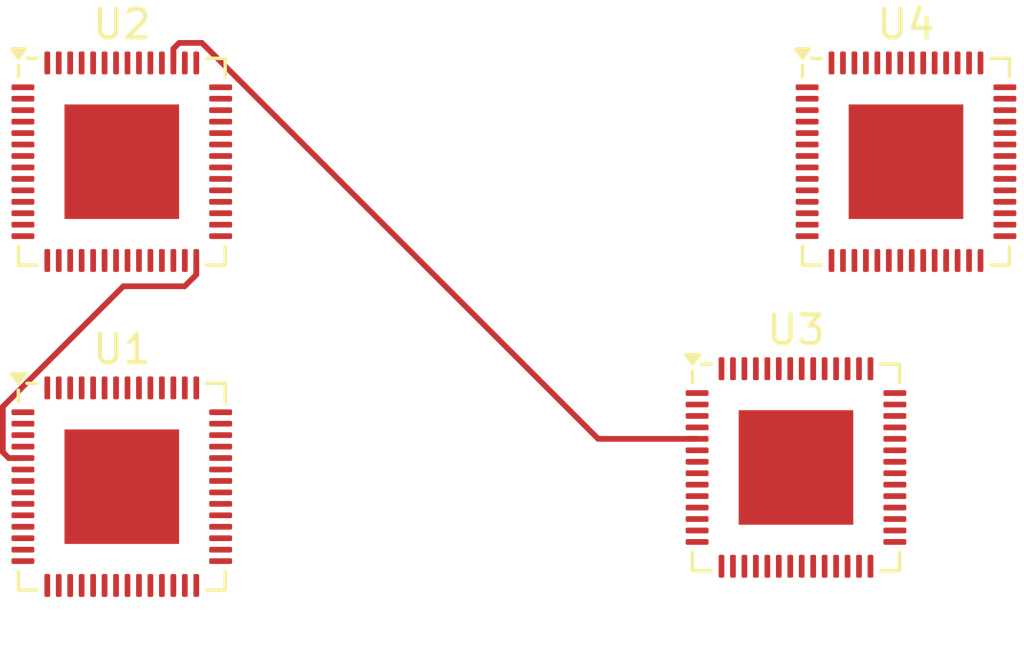
<source format=kicad_pcb>
(kicad_pcb (version 20240108) (generator "pcbnew") (generator_version "8.0")
  (layers (0 "F.Cu" signal) (31 "B.Cu" signal) (34 "B.Paste" user) (35 "F.Paste" user) (36 "B.SilkS" user "B.Silkscreen") (37 "F.SilkS" user "F.Silkscreen") (38 "B.Mask" user) (39 "F.Mask" user) (44 "Edge.Cuts" user))
  (net 0 "")
  (net 1 "/triac-circuit/test-label")
  (net 7 "Net-(U2-VDD3P3-Pad2)")
  (net 16 "/triac-circuit1/test-label")
  (net 26 "Net-(U2-VDDA-Pad55)")
  (net 56 "Net-(U3-VDDA-Pad55)")
  (net 106 "Net-(U3-VDD3P3-Pad2)")
  (net 110 "Net-(U4-VDD3P3-Pad2)")
  (net 125 "Net-(U4-VDDA-Pad55)")
  (net 153 "/triac-circuit2/test-label")
  (footprint "Package_DFN_QFN:QFN-56-1EP_7x7mm_P0.4mm_EP4x4mm" (layer "F.Cu") (at 105.83 63.83)
    (property "Reference" "U3" (at 0 -4.8 0) (layer "F.SilkS"))
    (property "Value" "ESP32-S3")
    (fp_line (start -3.61 -2.96) (end -3.61 -3.37) (stroke (width 0.12)) (layer "F.SilkS"))
    (fp_line (start -3.61 3.61) (end -3.61 2.96) (stroke (width 0.12)) (layer "F.SilkS"))
    (fp_line (start -2.96 -3.61) (end -3.31 -3.61) (stroke (width 0.12)) (layer "F.SilkS"))
    (fp_line (start -2.96 3.61) (end -3.61 3.61) (stroke (width 0.12)) (layer "F.SilkS"))
    (fp_line (start 2.96 -3.61) (end 3.61 -3.61) (stroke (width 0.12)) (layer "F.SilkS"))
    (fp_line (start 2.96 3.61) (end 3.61 3.61) (stroke (width 0.12)) (layer "F.SilkS"))
    (fp_line (start 3.61 -3.61) (end 3.61 -2.96) (stroke (width 0.12)) (layer "F.SilkS"))
    (fp_line (start 3.61 3.61) (end 3.61 2.96) (stroke (width 0.12)) (layer "F.SilkS"))
    (fp_poly (pts (xy -3.61 -3.61) (xy -3.85 -3.94) (xy -3.37 -3.94) (xy -3.61 -3.61)) (stroke (width 0.12)) (fill solid) (layer "F.SilkS"))
    (pad "1" smd roundrect (at -3.45 -2.6) (size 0.8 0.2) (layers "F.Cu" "F.Paste" "F.Mask"))
    (pad "2" smd roundrect (at -3.45 -2.2) (size 0.8 0.2) (layers "F.Cu" "F.Paste" "F.Mask") (net 106 "Net-(U3-VDD3P3-Pad2)"))
    (pad "3" smd roundrect (at -3.45 -1.8) (size 0.8 0.2) (layers "F.Cu" "F.Paste" "F.Mask") (net 106 "Net-(U3-VDD3P3-Pad2)"))
    (pad "4" smd roundrect (at -3.45 -1.4) (size 0.8 0.2) (layers "F.Cu" "F.Paste" "F.Mask"))
    (pad "5" smd roundrect (at -3.45 -1) (size 0.8 0.2) (layers "F.Cu" "F.Paste" "F.Mask") (net 16 "/triac-circuit1/test-label"))
    (pad "6" smd roundrect (at -3.45 -0.6) (size 0.8 0.2) (layers "F.Cu" "F.Paste" "F.Mask"))
    (pad "7" smd roundrect (at -3.45 -0.2) (size 0.8 0.2) (layers "F.Cu" "F.Paste" "F.Mask"))
    (pad "8" smd roundrect (at -3.45 0.2) (size 0.8 0.2) (layers "F.Cu" "F.Paste" "F.Mask"))
    (pad "9" smd roundrect (at -3.45 0.6) (size 0.8 0.2) (layers "F.Cu" "F.Paste" "F.Mask"))
    (pad "10" smd roundrect (at -3.45 1) (size 0.8 0.2) (layers "F.Cu" "F.Paste" "F.Mask"))
    (pad "11" smd roundrect (at -3.45 1.4) (size 0.8 0.2) (layers "F.Cu" "F.Paste" "F.Mask"))
    (pad "12" smd roundrect (at -3.45 1.8) (size 0.8 0.2) (layers "F.Cu" "F.Paste" "F.Mask"))
    (pad "13" smd roundrect (at -3.45 2.2) (size 0.8 0.2) (layers "F.Cu" "F.Paste" "F.Mask"))
    (pad "14" smd roundrect (at -3.45 2.6) (size 0.8 0.2) (layers "F.Cu" "F.Paste" "F.Mask"))
    (pad "15" smd roundrect (at -2.6 3.45) (size 0.2 0.8) (layers "F.Cu" "F.Paste" "F.Mask"))
    (pad "16" smd roundrect (at -2.2 3.45) (size 0.2 0.8) (layers "F.Cu" "F.Paste" "F.Mask"))
    (pad "17" smd roundrect (at -1.8 3.45) (size 0.2 0.8) (layers "F.Cu" "F.Paste" "F.Mask"))
    (pad "18" smd roundrect (at -1.4 3.45) (size 0.2 0.8) (layers "F.Cu" "F.Paste" "F.Mask"))
    (pad "19" smd roundrect (at -1 3.45) (size 0.2 0.8) (layers "F.Cu" "F.Paste" "F.Mask"))
    (pad "20" smd roundrect (at -0.6 3.45) (size 0.2 0.8) (layers "F.Cu" "F.Paste" "F.Mask"))
    (pad "21" smd roundrect (at -0.2 3.45) (size 0.2 0.8) (layers "F.Cu" "F.Paste" "F.Mask"))
    (pad "22" smd roundrect (at 0.2 3.45) (size 0.2 0.8) (layers "F.Cu" "F.Paste" "F.Mask"))
    (pad "23" smd roundrect (at 0.6 3.45) (size 0.2 0.8) (layers "F.Cu" "F.Paste" "F.Mask"))
    (pad "24" smd roundrect (at 1 3.45) (size 0.2 0.8) (layers "F.Cu" "F.Paste" "F.Mask"))
    (pad "25" smd roundrect (at 1.4 3.45) (size 0.2 0.8) (layers "F.Cu" "F.Paste" "F.Mask"))
    (pad "26" smd roundrect (at 1.8 3.45) (size 0.2 0.8) (layers "F.Cu" "F.Paste" "F.Mask"))
    (pad "27" smd roundrect (at 2.2 3.45) (size 0.2 0.8) (layers "F.Cu" "F.Paste" "F.Mask"))
    (pad "28" smd roundrect (at 2.6 3.45) (size 0.2 0.8) (layers "F.Cu" "F.Paste" "F.Mask"))
    (pad "29" smd roundrect (at 3.45 2.6) (size 0.8 0.2) (layers "F.Cu" "F.Paste" "F.Mask"))
    (pad "30" smd roundrect (at 3.45 2.2) (size 0.8 0.2) (layers "F.Cu" "F.Paste" "F.Mask"))
    (pad "31" smd roundrect (at 3.45 1.8) (size 0.8 0.2) (layers "F.Cu" "F.Paste" "F.Mask"))
    (pad "32" smd roundrect (at 3.45 1.4) (size 0.8 0.2) (layers "F.Cu" "F.Paste" "F.Mask"))
    (pad "33" smd roundrect (at 3.45 1) (size 0.8 0.2) (layers "F.Cu" "F.Paste" "F.Mask"))
    (pad "34" smd roundrect (at 3.45 0.6) (size 0.8 0.2) (layers "F.Cu" "F.Paste" "F.Mask"))
    (pad "35" smd roundrect (at 3.45 0.2) (size 0.8 0.2) (layers "F.Cu" "F.Paste" "F.Mask"))
    (pad "36" smd roundrect (at 3.45 -0.2) (size 0.8 0.2) (layers "F.Cu" "F.Paste" "F.Mask"))
    (pad "37" smd roundrect (at 3.45 -0.6) (size 0.8 0.2) (layers "F.Cu" "F.Paste" "F.Mask"))
    (pad "38" smd roundrect (at 3.45 -1) (size 0.8 0.2) (layers "F.Cu" "F.Paste" "F.Mask"))
    (pad "39" smd roundrect (at 3.45 -1.4) (size 0.8 0.2) (layers "F.Cu" "F.Paste" "F.Mask"))
    (pad "40" smd roundrect (at 3.45 -1.8) (size 0.8 0.2) (layers "F.Cu" "F.Paste" "F.Mask"))
    (pad "41" smd roundrect (at 3.45 -2.2) (size 0.8 0.2) (layers "F.Cu" "F.Paste" "F.Mask"))
    (pad "42" smd roundrect (at 3.45 -2.6) (size 0.8 0.2) (layers "F.Cu" "F.Paste" "F.Mask"))
    (pad "43" smd roundrect (at 2.6 -3.45) (size 0.2 0.8) (layers "F.Cu" "F.Paste" "F.Mask"))
    (pad "44" smd roundrect (at 2.2 -3.45) (size 0.2 0.8) (layers "F.Cu" "F.Paste" "F.Mask"))
    (pad "45" smd roundrect (at 1.8 -3.45) (size 0.2 0.8) (layers "F.Cu" "F.Paste" "F.Mask"))
    (pad "46" smd roundrect (at 1.4 -3.45) (size 0.2 0.8) (layers "F.Cu" "F.Paste" "F.Mask"))
    (pad "47" smd roundrect (at 1 -3.45) (size 0.2 0.8) (layers "F.Cu" "F.Paste" "F.Mask"))
    (pad "48" smd roundrect (at 0.6 -3.45) (size 0.2 0.8) (layers "F.Cu" "F.Paste" "F.Mask"))
    (pad "49" smd roundrect (at 0.2 -3.45) (size 0.2 0.8) (layers "F.Cu" "F.Paste" "F.Mask"))
    (pad "50" smd roundrect (at -0.2 -3.45) (size 0.2 0.8) (layers "F.Cu" "F.Paste" "F.Mask"))
    (pad "51" smd roundrect (at -0.6 -3.45) (size 0.2 0.8) (layers "F.Cu" "F.Paste" "F.Mask"))
    (pad "52" smd roundrect (at -1 -3.45) (size 0.2 0.8) (layers "F.Cu" "F.Paste" "F.Mask"))
    (pad "53" smd roundrect (at -1.4 -3.45) (size 0.2 0.8) (layers "F.Cu" "F.Paste" "F.Mask"))
    (pad "54" smd roundrect (at -1.8 -3.45) (size 0.2 0.8) (layers "F.Cu" "F.Paste" "F.Mask"))
    (pad "55" smd roundrect (at -2.2 -3.45) (size 0.2 0.8) (layers "F.Cu" "F.Paste" "F.Mask") (net 56 "Net-(U3-VDDA-Pad55)"))
    (pad "56" smd roundrect (at -2.6 -3.45) (size 0.2 0.8) (layers "F.Cu" "F.Paste" "F.Mask") (net 56 "Net-(U3-VDDA-Pad55)"))
    (pad "57" smd rect (at 0 0) (size 4 4) (property pad_prop_heatsink) (layers "F.Cu" "F.Mask"))
  )
  (footprint "Package_DFN_QFN:QFN-56-1EP_7x7mm_P0.4mm_EP4x4mm" (layer "F.Cu") (at 82.3 64.5)
    (property "Reference" "U1" (at 0 -4.8 0) (layer "F.SilkS"))
    (property "Value" "ESP32-S3")
    (fp_line (start -3.61 -2.96) (end -3.61 -3.37) (stroke (width 0.12)) (layer "F.SilkS"))
    (fp_line (start -3.61 3.61) (end -3.61 2.96) (stroke (width 0.12)) (layer "F.SilkS"))
    (fp_line (start -2.96 -3.61) (end -3.31 -3.61) (stroke (width 0.12)) (layer "F.SilkS"))
    (fp_line (start -2.96 3.61) (end -3.61 3.61) (stroke (width 0.12)) (layer "F.SilkS"))
    (fp_line (start 2.96 -3.61) (end 3.61 -3.61) (stroke (width 0.12)) (layer "F.SilkS"))
    (fp_line (start 2.96 3.61) (end 3.61 3.61) (stroke (width 0.12)) (layer "F.SilkS"))
    (fp_line (start 3.61 -3.61) (end 3.61 -2.96) (stroke (width 0.12)) (layer "F.SilkS"))
    (fp_line (start 3.61 3.61) (end 3.61 2.96) (stroke (width 0.12)) (layer "F.SilkS"))
    (fp_poly (pts (xy -3.61 -3.61) (xy -3.85 -3.94) (xy -3.37 -3.94) (xy -3.61 -3.61)) (stroke (width 0.12)) (fill solid) (layer "F.SilkS"))
    (pad "1" smd roundrect (at -3.45 -2.6) (size 0.8 0.2) (layers "F.Cu" "F.Paste" "F.Mask"))
    (pad "2" smd roundrect (at -3.45 -2.2) (size 0.8 0.2) (layers "F.Cu" "F.Paste" "F.Mask"))
    (pad "3" smd roundrect (at -3.45 -1.8) (size 0.8 0.2) (layers "F.Cu" "F.Paste" "F.Mask"))
    (pad "4" smd roundrect (at -3.45 -1.4) (size 0.8 0.2) (layers "F.Cu" "F.Paste" "F.Mask"))
    (pad "5" smd roundrect (at -3.45 -1) (size 0.8 0.2) (layers "F.Cu" "F.Paste" "F.Mask") (net 1 "/triac-circuit/test-label"))
    (pad "6" smd roundrect (at -3.45 -0.6) (size 0.8 0.2) (layers "F.Cu" "F.Paste" "F.Mask"))
    (pad "7" smd roundrect (at -3.45 -0.2) (size 0.8 0.2) (layers "F.Cu" "F.Paste" "F.Mask"))
    (pad "8" smd roundrect (at -3.45 0.2) (size 0.8 0.2) (layers "F.Cu" "F.Paste" "F.Mask"))
    (pad "9" smd roundrect (at -3.45 0.6) (size 0.8 0.2) (layers "F.Cu" "F.Paste" "F.Mask"))
    (pad "10" smd roundrect (at -3.45 1) (size 0.8 0.2) (layers "F.Cu" "F.Paste" "F.Mask"))
    (pad "11" smd roundrect (at -3.45 1.4) (size 0.8 0.2) (layers "F.Cu" "F.Paste" "F.Mask"))
    (pad "12" smd roundrect (at -3.45 1.8) (size 0.8 0.2) (layers "F.Cu" "F.Paste" "F.Mask"))
    (pad "13" smd roundrect (at -3.45 2.2) (size 0.8 0.2) (layers "F.Cu" "F.Paste" "F.Mask"))
    (pad "14" smd roundrect (at -3.45 2.6) (size 0.8 0.2) (layers "F.Cu" "F.Paste" "F.Mask"))
    (pad "15" smd roundrect (at -2.6 3.45) (size 0.2 0.8) (layers "F.Cu" "F.Paste" "F.Mask"))
    (pad "16" smd roundrect (at -2.2 3.45) (size 0.2 0.8) (layers "F.Cu" "F.Paste" "F.Mask"))
    (pad "17" smd roundrect (at -1.8 3.45) (size 0.2 0.8) (layers "F.Cu" "F.Paste" "F.Mask"))
    (pad "18" smd roundrect (at -1.4 3.45) (size 0.2 0.8) (layers "F.Cu" "F.Paste" "F.Mask"))
    (pad "19" smd roundrect (at -1 3.45) (size 0.2 0.8) (layers "F.Cu" "F.Paste" "F.Mask"))
    (pad "20" smd roundrect (at -0.6 3.45) (size 0.2 0.8) (layers "F.Cu" "F.Paste" "F.Mask"))
    (pad "21" smd roundrect (at -0.2 3.45) (size 0.2 0.8) (layers "F.Cu" "F.Paste" "F.Mask"))
    (pad "22" smd roundrect (at 0.2 3.45) (size 0.2 0.8) (layers "F.Cu" "F.Paste" "F.Mask"))
    (pad "23" smd roundrect (at 0.6 3.45) (size 0.2 0.8) (layers "F.Cu" "F.Paste" "F.Mask"))
    (pad "24" smd roundrect (at 1 3.45) (size 0.2 0.8) (layers "F.Cu" "F.Paste" "F.Mask"))
    (pad "25" smd roundrect (at 1.4 3.45) (size 0.2 0.8) (layers "F.Cu" "F.Paste" "F.Mask"))
    (pad "26" smd roundrect (at 1.8 3.45) (size 0.2 0.8) (layers "F.Cu" "F.Paste" "F.Mask"))
    (pad "27" smd roundrect (at 2.2 3.45) (size 0.2 0.8) (layers "F.Cu" "F.Paste" "F.Mask"))
    (pad "28" smd roundrect (at 2.6 3.45) (size 0.2 0.8) (layers "F.Cu" "F.Paste" "F.Mask"))
    (pad "29" smd roundrect (at 3.45 2.6) (size 0.8 0.2) (layers "F.Cu" "F.Paste" "F.Mask"))
    (pad "30" smd roundrect (at 3.45 2.2) (size 0.8 0.2) (layers "F.Cu" "F.Paste" "F.Mask"))
    (pad "31" smd roundrect (at 3.45 1.8) (size 0.8 0.2) (layers "F.Cu" "F.Paste" "F.Mask"))
    (pad "32" smd roundrect (at 3.45 1.4) (size 0.8 0.2) (layers "F.Cu" "F.Paste" "F.Mask"))
    (pad "33" smd roundrect (at 3.45 1) (size 0.8 0.2) (layers "F.Cu" "F.Paste" "F.Mask"))
    (pad "34" smd roundrect (at 3.45 0.6) (size 0.8 0.2) (layers "F.Cu" "F.Paste" "F.Mask"))
    (pad "35" smd roundrect (at 3.45 0.2) (size 0.8 0.2) (layers "F.Cu" "F.Paste" "F.Mask"))
    (pad "36" smd roundrect (at 3.45 -0.2) (size 0.8 0.2) (layers "F.Cu" "F.Paste" "F.Mask"))
    (pad "37" smd roundrect (at 3.45 -0.6) (size 0.8 0.2) (layers "F.Cu" "F.Paste" "F.Mask"))
    (pad "38" smd roundrect (at 3.45 -1) (size 0.8 0.2) (layers "F.Cu" "F.Paste" "F.Mask"))
    (pad "39" smd roundrect (at 3.45 -1.4) (size 0.8 0.2) (layers "F.Cu" "F.Paste" "F.Mask"))
    (pad "40" smd roundrect (at 3.45 -1.8) (size 0.8 0.2) (layers "F.Cu" "F.Paste" "F.Mask"))
    (pad "41" smd roundrect (at 3.45 -2.2) (size 0.8 0.2) (layers "F.Cu" "F.Paste" "F.Mask"))
    (pad "42" smd roundrect (at 3.45 -2.6) (size 0.8 0.2) (layers "F.Cu" "F.Paste" "F.Mask"))
    (pad "43" smd roundrect (at 2.6 -3.45) (size 0.2 0.8) (layers "F.Cu" "F.Paste" "F.Mask"))
    (pad "44" smd roundrect (at 2.2 -3.45) (size 0.2 0.8) (layers "F.Cu" "F.Paste" "F.Mask"))
    (pad "45" smd roundrect (at 1.8 -3.45) (size 0.2 0.8) (layers "F.Cu" "F.Paste" "F.Mask"))
    (pad "46" smd roundrect (at 1.4 -3.45) (size 0.2 0.8) (layers "F.Cu" "F.Paste" "F.Mask"))
    (pad "47" smd roundrect (at 1 -3.45) (size 0.2 0.8) (layers "F.Cu" "F.Paste" "F.Mask"))
    (pad "48" smd roundrect (at 0.6 -3.45) (size 0.2 0.8) (layers "F.Cu" "F.Paste" "F.Mask"))
    (pad "49" smd roundrect (at 0.2 -3.45) (size 0.2 0.8) (layers "F.Cu" "F.Paste" "F.Mask"))
    (pad "50" smd roundrect (at -0.2 -3.45) (size 0.2 0.8) (layers "F.Cu" "F.Paste" "F.Mask"))
    (pad "51" smd roundrect (at -0.6 -3.45) (size 0.2 0.8) (layers "F.Cu" "F.Paste" "F.Mask"))
    (pad "52" smd roundrect (at -1 -3.45) (size 0.2 0.8) (layers "F.Cu" "F.Paste" "F.Mask"))
    (pad "53" smd roundrect (at -1.4 -3.45) (size 0.2 0.8) (layers "F.Cu" "F.Paste" "F.Mask"))
    (pad "54" smd roundrect (at -1.8 -3.45) (size 0.2 0.8) (layers "F.Cu" "F.Paste" "F.Mask"))
    (pad "55" smd roundrect (at -2.2 -3.45) (size 0.2 0.8) (layers "F.Cu" "F.Paste" "F.Mask"))
    (pad "56" smd roundrect (at -2.6 -3.45) (size 0.2 0.8) (layers "F.Cu" "F.Paste" "F.Mask"))
    (pad "57" smd rect (at 0 0) (size 4 4) (property pad_prop_heatsink) (layers "F.Cu" "F.Mask"))
  )
  (footprint "Package_DFN_QFN:QFN-56-1EP_7x7mm_P0.4mm_EP4x4mm" (layer "F.Cu") (at 82.3 53.15)
    (property "Reference" "U2" (at 0 -4.8 0) (layer "F.SilkS"))
    (property "Value" "ESP32-S3")
    (fp_line (start -3.61 -2.96) (end -3.61 -3.37) (stroke (width 0.12)) (layer "F.SilkS"))
    (fp_line (start -3.61 3.61) (end -3.61 2.96) (stroke (width 0.12)) (layer "F.SilkS"))
    (fp_line (start -2.96 -3.61) (end -3.31 -3.61) (stroke (width 0.12)) (layer "F.SilkS"))
    (fp_line (start -2.96 3.61) (end -3.61 3.61) (stroke (width 0.12)) (layer "F.SilkS"))
    (fp_line (start 2.96 -3.61) (end 3.61 -3.61) (stroke (width 0.12)) (layer "F.SilkS"))
    (fp_line (start 2.96 3.61) (end 3.61 3.61) (stroke (width 0.12)) (layer "F.SilkS"))
    (fp_line (start 3.61 -3.61) (end 3.61 -2.96) (stroke (width 0.12)) (layer "F.SilkS"))
    (fp_line (start 3.61 3.61) (end 3.61 2.96) (stroke (width 0.12)) (layer "F.SilkS"))
    (fp_poly (pts (xy -3.61 -3.61) (xy -3.85 -3.94) (xy -3.37 -3.94) (xy -3.61 -3.61)) (stroke (width 0.12)) (fill solid) (layer "F.SilkS"))
    (pad "1" smd roundrect (at -3.45 -2.6) (size 0.8 0.2) (layers "F.Cu" "F.Paste" "F.Mask"))
    (pad "2" smd roundrect (at -3.45 -2.2) (size 0.8 0.2) (layers "F.Cu" "F.Paste" "F.Mask") (net 7 "Net-(U2-VDD3P3-Pad2)"))
    (pad "3" smd roundrect (at -3.45 -1.8) (size 0.8 0.2) (layers "F.Cu" "F.Paste" "F.Mask") (net 7 "Net-(U2-VDD3P3-Pad2)"))
    (pad "4" smd roundrect (at -3.45 -1.4) (size 0.8 0.2) (layers "F.Cu" "F.Paste" "F.Mask"))
    (pad "5" smd roundrect (at -3.45 -1) (size 0.8 0.2) (layers "F.Cu" "F.Paste" "F.Mask"))
    (pad "6" smd roundrect (at -3.45 -0.6) (size 0.8 0.2) (layers "F.Cu" "F.Paste" "F.Mask"))
    (pad "7" smd roundrect (at -3.45 -0.2) (size 0.8 0.2) (layers "F.Cu" "F.Paste" "F.Mask"))
    (pad "8" smd roundrect (at -3.45 0.2) (size 0.8 0.2) (layers "F.Cu" "F.Paste" "F.Mask"))
    (pad "9" smd roundrect (at -3.45 0.6) (size 0.8 0.2) (layers "F.Cu" "F.Paste" "F.Mask"))
    (pad "10" smd roundrect (at -3.45 1) (size 0.8 0.2) (layers "F.Cu" "F.Paste" "F.Mask"))
    (pad "11" smd roundrect (at -3.45 1.4) (size 0.8 0.2) (layers "F.Cu" "F.Paste" "F.Mask"))
    (pad "12" smd roundrect (at -3.45 1.8) (size 0.8 0.2) (layers "F.Cu" "F.Paste" "F.Mask"))
    (pad "13" smd roundrect (at -3.45 2.2) (size 0.8 0.2) (layers "F.Cu" "F.Paste" "F.Mask"))
    (pad "14" smd roundrect (at -3.45 2.6) (size 0.8 0.2) (layers "F.Cu" "F.Paste" "F.Mask"))
    (pad "15" smd roundrect (at -2.6 3.45) (size 0.2 0.8) (layers "F.Cu" "F.Paste" "F.Mask"))
    (pad "16" smd roundrect (at -2.2 3.45) (size 0.2 0.8) (layers "F.Cu" "F.Paste" "F.Mask"))
    (pad "17" smd roundrect (at -1.8 3.45) (size 0.2 0.8) (layers "F.Cu" "F.Paste" "F.Mask"))
    (pad "18" smd roundrect (at -1.4 3.45) (size 0.2 0.8) (layers "F.Cu" "F.Paste" "F.Mask"))
    (pad "19" smd roundrect (at -1 3.45) (size 0.2 0.8) (layers "F.Cu" "F.Paste" "F.Mask"))
    (pad "20" smd roundrect (at -0.6 3.45) (size 0.2 0.8) (layers "F.Cu" "F.Paste" "F.Mask"))
    (pad "21" smd roundrect (at -0.2 3.45) (size 0.2 0.8) (layers "F.Cu" "F.Paste" "F.Mask"))
    (pad "22" smd roundrect (at 0.2 3.45) (size 0.2 0.8) (layers "F.Cu" "F.Paste" "F.Mask"))
    (pad "23" smd roundrect (at 0.6 3.45) (size 0.2 0.8) (layers "F.Cu" "F.Paste" "F.Mask"))
    (pad "24" smd roundrect (at 1 3.45) (size 0.2 0.8) (layers "F.Cu" "F.Paste" "F.Mask"))
    (pad "25" smd roundrect (at 1.4 3.45) (size 0.2 0.8) (layers "F.Cu" "F.Paste" "F.Mask"))
    (pad "26" smd roundrect (at 1.8 3.45) (size 0.2 0.8) (layers "F.Cu" "F.Paste" "F.Mask"))
    (pad "27" smd roundrect (at 2.2 3.45) (size 0.2 0.8) (layers "F.Cu" "F.Paste" "F.Mask"))
    (pad "28" smd roundrect (at 2.6 3.45) (size 0.2 0.8) (layers "F.Cu" "F.Paste" "F.Mask") (net 1 "/triac-circuit/test-label"))
    (pad "29" smd roundrect (at 3.45 2.6) (size 0.8 0.2) (layers "F.Cu" "F.Paste" "F.Mask"))
    (pad "30" smd roundrect (at 3.45 2.2) (size 0.8 0.2) (layers "F.Cu" "F.Paste" "F.Mask"))
    (pad "31" smd roundrect (at 3.45 1.8) (size 0.8 0.2) (layers "F.Cu" "F.Paste" "F.Mask"))
    (pad "32" smd roundrect (at 3.45 1.4) (size 0.8 0.2) (layers "F.Cu" "F.Paste" "F.Mask"))
    (pad "33" smd roundrect (at 3.45 1) (size 0.8 0.2) (layers "F.Cu" "F.Paste" "F.Mask"))
    (pad "34" smd roundrect (at 3.45 0.6) (size 0.8 0.2) (layers "F.Cu" "F.Paste" "F.Mask"))
    (pad "35" smd roundrect (at 3.45 0.2) (size 0.8 0.2) (layers "F.Cu" "F.Paste" "F.Mask"))
    (pad "36" smd roundrect (at 3.45 -0.2) (size 0.8 0.2) (layers "F.Cu" "F.Paste" "F.Mask"))
    (pad "37" smd roundrect (at 3.45 -0.6) (size 0.8 0.2) (layers "F.Cu" "F.Paste" "F.Mask"))
    (pad "38" smd roundrect (at 3.45 -1) (size 0.8 0.2) (layers "F.Cu" "F.Paste" "F.Mask"))
    (pad "39" smd roundrect (at 3.45 -1.4) (size 0.8 0.2) (layers "F.Cu" "F.Paste" "F.Mask"))
    (pad "40" smd roundrect (at 3.45 -1.8) (size 0.8 0.2) (layers "F.Cu" "F.Paste" "F.Mask"))
    (pad "41" smd roundrect (at 3.45 -2.2) (size 0.8 0.2) (layers "F.Cu" "F.Paste" "F.Mask"))
    (pad "42" smd roundrect (at 3.45 -2.6) (size 0.8 0.2) (layers "F.Cu" "F.Paste" "F.Mask"))
    (pad "43" smd roundrect (at 2.6 -3.45) (size 0.2 0.8) (layers "F.Cu" "F.Paste" "F.Mask"))
    (pad "44" smd roundrect (at 2.2 -3.45) (size 0.2 0.8) (layers "F.Cu" "F.Paste" "F.Mask"))
    (pad "45" smd roundrect (at 1.8 -3.45) (size 0.2 0.8) (layers "F.Cu" "F.Paste" "F.Mask") (net 16 "/triac-circuit1/test-label"))
    (pad "46" smd roundrect (at 1.4 -3.45) (size 0.2 0.8) (layers "F.Cu" "F.Paste" "F.Mask"))
    (pad "47" smd roundrect (at 1 -3.45) (size 0.2 0.8) (layers "F.Cu" "F.Paste" "F.Mask"))
    (pad "48" smd roundrect (at 0.6 -3.45) (size 0.2 0.8) (layers "F.Cu" "F.Paste" "F.Mask"))
    (pad "49" smd roundrect (at 0.2 -3.45) (size 0.2 0.8) (layers "F.Cu" "F.Paste" "F.Mask"))
    (pad "50" smd roundrect (at -0.2 -3.45) (size 0.2 0.8) (layers "F.Cu" "F.Paste" "F.Mask"))
    (pad "51" smd roundrect (at -0.6 -3.45) (size 0.2 0.8) (layers "F.Cu" "F.Paste" "F.Mask"))
    (pad "52" smd roundrect (at -1 -3.45) (size 0.2 0.8) (layers "F.Cu" "F.Paste" "F.Mask"))
    (pad "53" smd roundrect (at -1.4 -3.45) (size 0.2 0.8) (layers "F.Cu" "F.Paste" "F.Mask"))
    (pad "54" smd roundrect (at -1.8 -3.45) (size 0.2 0.8) (layers "F.Cu" "F.Paste" "F.Mask"))
    (pad "55" smd roundrect (at -2.2 -3.45) (size 0.2 0.8) (layers "F.Cu" "F.Paste" "F.Mask") (net 26 "Net-(U2-VDDA-Pad55)"))
    (pad "56" smd roundrect (at -2.6 -3.45) (size 0.2 0.8) (layers "F.Cu" "F.Paste" "F.Mask") (net 26 "Net-(U2-VDDA-Pad55)"))
    (pad "57" smd rect (at 0 0) (size 4 4) (property pad_prop_heatsink) (layers "F.Cu" "F.Mask"))
  )
  (footprint "Package_DFN_QFN:QFN-56-1EP_7x7mm_P0.4mm_EP4x4mm" (layer "F.Cu") (at 109.67 53.15)
    (property "Reference" "U4" (at 0 -4.8 0) (layer "F.SilkS"))
    (property "Value" "ESP32-S3")
    (fp_line (start -3.61 -2.96) (end -3.61 -3.37) (stroke (width 0.12)) (layer "F.SilkS"))
    (fp_line (start -3.61 3.61) (end -3.61 2.96) (stroke (width 0.12)) (layer "F.SilkS"))
    (fp_line (start -2.96 -3.61) (end -3.31 -3.61) (stroke (width 0.12)) (layer "F.SilkS"))
    (fp_line (start -2.96 3.61) (end -3.61 3.61) (stroke (width 0.12)) (layer "F.SilkS"))
    (fp_line (start 2.96 -3.61) (end 3.61 -3.61) (stroke (width 0.12)) (layer "F.SilkS"))
    (fp_line (start 2.96 3.61) (end 3.61 3.61) (stroke (width 0.12)) (layer "F.SilkS"))
    (fp_line (start 3.61 -3.61) (end 3.61 -2.96) (stroke (width 0.12)) (layer "F.SilkS"))
    (fp_line (start 3.61 3.61) (end 3.61 2.96) (stroke (width 0.12)) (layer "F.SilkS"))
    (fp_poly (pts (xy -3.61 -3.61) (xy -3.85 -3.94) (xy -3.37 -3.94) (xy -3.61 -3.61)) (stroke (width 0.12)) (fill solid) (layer "F.SilkS"))
    (pad "1" smd roundrect (at -3.45 -2.6) (size 0.8 0.2) (layers "F.Cu" "F.Paste" "F.Mask"))
    (pad "2" smd roundrect (at -3.45 -2.2) (size 0.8 0.2) (layers "F.Cu" "F.Paste" "F.Mask") (net 110 "Net-(U4-VDD3P3-Pad2)"))
    (pad "3" smd roundrect (at -3.45 -1.8) (size 0.8 0.2) (layers "F.Cu" "F.Paste" "F.Mask") (net 110 "Net-(U4-VDD3P3-Pad2)"))
    (pad "4" smd roundrect (at -3.45 -1.4) (size 0.8 0.2) (layers "F.Cu" "F.Paste" "F.Mask"))
    (pad "5" smd roundrect (at -3.45 -1) (size 0.8 0.2) (layers "F.Cu" "F.Paste" "F.Mask") (net 153 "/triac-circuit2/test-label"))
    (pad "6" smd roundrect (at -3.45 -0.6) (size 0.8 0.2) (layers "F.Cu" "F.Paste" "F.Mask"))
    (pad "7" smd roundrect (at -3.45 -0.2) (size 0.8 0.2) (layers "F.Cu" "F.Paste" "F.Mask"))
    (pad "8" smd roundrect (at -3.45 0.2) (size 0.8 0.2) (layers "F.Cu" "F.Paste" "F.Mask"))
    (pad "9" smd roundrect (at -3.45 0.6) (size 0.8 0.2) (layers "F.Cu" "F.Paste" "F.Mask"))
    (pad "10" smd roundrect (at -3.45 1) (size 0.8 0.2) (layers "F.Cu" "F.Paste" "F.Mask"))
    (pad "11" smd roundrect (at -3.45 1.4) (size 0.8 0.2) (layers "F.Cu" "F.Paste" "F.Mask"))
    (pad "12" smd roundrect (at -3.45 1.8) (size 0.8 0.2) (layers "F.Cu" "F.Paste" "F.Mask"))
    (pad "13" smd roundrect (at -3.45 2.2) (size 0.8 0.2) (layers "F.Cu" "F.Paste" "F.Mask"))
    (pad "14" smd roundrect (at -3.45 2.6) (size 0.8 0.2) (layers "F.Cu" "F.Paste" "F.Mask"))
    (pad "15" smd roundrect (at -2.6 3.45) (size 0.2 0.8) (layers "F.Cu" "F.Paste" "F.Mask"))
    (pad "16" smd roundrect (at -2.2 3.45) (size 0.2 0.8) (layers "F.Cu" "F.Paste" "F.Mask"))
    (pad "17" smd roundrect (at -1.8 3.45) (size 0.2 0.8) (layers "F.Cu" "F.Paste" "F.Mask"))
    (pad "18" smd roundrect (at -1.4 3.45) (size 0.2 0.8) (layers "F.Cu" "F.Paste" "F.Mask"))
    (pad "19" smd roundrect (at -1 3.45) (size 0.2 0.8) (layers "F.Cu" "F.Paste" "F.Mask"))
    (pad "20" smd roundrect (at -0.6 3.45) (size 0.2 0.8) (layers "F.Cu" "F.Paste" "F.Mask"))
    (pad "21" smd roundrect (at -0.2 3.45) (size 0.2 0.8) (layers "F.Cu" "F.Paste" "F.Mask"))
    (pad "22" smd roundrect (at 0.2 3.45) (size 0.2 0.8) (layers "F.Cu" "F.Paste" "F.Mask"))
    (pad "23" smd roundrect (at 0.6 3.45) (size 0.2 0.8) (layers "F.Cu" "F.Paste" "F.Mask"))
    (pad "24" smd roundrect (at 1 3.45) (size 0.2 0.8) (layers "F.Cu" "F.Paste" "F.Mask"))
    (pad "25" smd roundrect (at 1.4 3.45) (size 0.2 0.8) (layers "F.Cu" "F.Paste" "F.Mask"))
    (pad "26" smd roundrect (at 1.8 3.45) (size 0.2 0.8) (layers "F.Cu" "F.Paste" "F.Mask"))
    (pad "27" smd roundrect (at 2.2 3.45) (size 0.2 0.8) (layers "F.Cu" "F.Paste" "F.Mask"))
    (pad "28" smd roundrect (at 2.6 3.45) (size 0.2 0.8) (layers "F.Cu" "F.Paste" "F.Mask"))
    (pad "29" smd roundrect (at 3.45 2.6) (size 0.8 0.2) (layers "F.Cu" "F.Paste" "F.Mask"))
    (pad "30" smd roundrect (at 3.45 2.2) (size 0.8 0.2) (layers "F.Cu" "F.Paste" "F.Mask"))
    (pad "31" smd roundrect (at 3.45 1.8) (size 0.8 0.2) (layers "F.Cu" "F.Paste" "F.Mask"))
    (pad "32" smd roundrect (at 3.45 1.4) (size 0.8 0.2) (layers "F.Cu" "F.Paste" "F.Mask"))
    (pad "33" smd roundrect (at 3.45 1) (size 0.8 0.2) (layers "F.Cu" "F.Paste" "F.Mask"))
    (pad "34" smd roundrect (at 3.45 0.6) (size 0.8 0.2) (layers "F.Cu" "F.Paste" "F.Mask"))
    (pad "35" smd roundrect (at 3.45 0.2) (size 0.8 0.2) (layers "F.Cu" "F.Paste" "F.Mask"))
    (pad "36" smd roundrect (at 3.45 -0.2) (size 0.8 0.2) (layers "F.Cu" "F.Paste" "F.Mask"))
    (pad "37" smd roundrect (at 3.45 -0.6) (size 0.8 0.2) (layers "F.Cu" "F.Paste" "F.Mask"))
    (pad "38" smd roundrect (at 3.45 -1) (size 0.8 0.2) (layers "F.Cu" "F.Paste" "F.Mask"))
    (pad "39" smd roundrect (at 3.45 -1.4) (size 0.8 0.2) (layers "F.Cu" "F.Paste" "F.Mask"))
    (pad "40" smd roundrect (at 3.45 -1.8) (size 0.8 0.2) (layers "F.Cu" "F.Paste" "F.Mask"))
    (pad "41" smd roundrect (at 3.45 -2.2) (size 0.8 0.2) (layers "F.Cu" "F.Paste" "F.Mask"))
    (pad "42" smd roundrect (at 3.45 -2.6) (size 0.8 0.2) (layers "F.Cu" "F.Paste" "F.Mask"))
    (pad "43" smd roundrect (at 2.6 -3.45) (size 0.2 0.8) (layers "F.Cu" "F.Paste" "F.Mask"))
    (pad "44" smd roundrect (at 2.2 -3.45) (size 0.2 0.8) (layers "F.Cu" "F.Paste" "F.Mask"))
    (pad "45" smd roundrect (at 1.8 -3.45) (size 0.2 0.8) (layers "F.Cu" "F.Paste" "F.Mask"))
    (pad "46" smd roundrect (at 1.4 -3.45) (size 0.2 0.8) (layers "F.Cu" "F.Paste" "F.Mask"))
    (pad "47" smd roundrect (at 1 -3.45) (size 0.2 0.8) (layers "F.Cu" "F.Paste" "F.Mask"))
    (pad "48" smd roundrect (at 0.6 -3.45) (size 0.2 0.8) (layers "F.Cu" "F.Paste" "F.Mask"))
    (pad "49" smd roundrect (at 0.2 -3.45) (size 0.2 0.8) (layers "F.Cu" "F.Paste" "F.Mask"))
    (pad "50" smd roundrect (at -0.2 -3.45) (size 0.2 0.8) (layers "F.Cu" "F.Paste" "F.Mask"))
    (pad "51" smd roundrect (at -0.6 -3.45) (size 0.2 0.8) (layers "F.Cu" "F.Paste" "F.Mask"))
    (pad "52" smd roundrect (at -1 -3.45) (size 0.2 0.8) (layers "F.Cu" "F.Paste" "F.Mask"))
    (pad "53" smd roundrect (at -1.4 -3.45) (size 0.2 0.8) (layers "F.Cu" "F.Paste" "F.Mask"))
    (pad "54" smd roundrect (at -1.8 -3.45) (size 0.2 0.8) (layers "F.Cu" "F.Paste" "F.Mask"))
    (pad "55" smd roundrect (at -2.2 -3.45) (size 0.2 0.8) (layers "F.Cu" "F.Paste" "F.Mask") (net 125 "Net-(U4-VDDA-Pad55)"))
    (pad "56" smd roundrect (at -2.6 -3.45) (size 0.2 0.8) (layers "F.Cu" "F.Paste" "F.Mask") (net 125 "Net-(U4-VDDA-Pad55)"))
    (pad "57" smd rect (at 0 0) (size 4 4) (property pad_prop_heatsink) (layers "F.Cu" "F.Mask"))
  )
  (segment (start 78.35364 63.5) (end 78.15 63.29636) (width 0.2) (layer "F.Cu") (net 1))
  (segment (start 78.15 63.29636) (end 78.15 61.70364) (width 0.2) (layer "F.Cu") (net 1))
  (segment (start 84.9 57.09636) (end 84.9 56.6) (width 0.2) (layer "F.Cu") (net 1))
  (segment (start 84.49636 57.5) (end 84.9 57.09636) (width 0.2) (layer "F.Cu") (net 1))
  (segment (start 78.85 63.5) (end 78.35364 63.5) (width 0.2) (layer "F.Cu") (net 1))
  (segment (start 82.35364 57.5) (end 84.49636 57.5) (width 0.2) (layer "F.Cu") (net 1))
  (segment (start 78.15 61.70364) (end 82.35364 57.5) (width 0.2) (layer "F.Cu") (net 1))
  (segment (start 85.09636 49) (end 84.30364 49) (width 0.2) (layer "F.Cu") (net 16))
  (segment (start 98.92636 62.83) (end 85.09636 49) (width 0.2) (layer "F.Cu") (net 16))
  (segment (start 102.38 62.83) (end 98.92636 62.83) (width 0.2) (layer "F.Cu") (net 16))
  (segment (start 84.30364 49) (end 84.1 49.20364) (width 0.2) (layer "F.Cu") (net 16))
  (segment (start 84.1 49.20364) (end 84.1 49.7) (width 0.2) (layer "F.Cu") (net 16))
)
</source>
